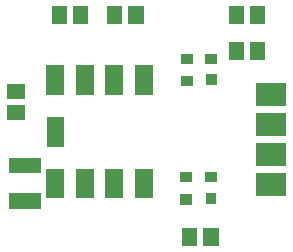
<source format=gbr>
G04 start of page 12 for group -4015 idx -4015 *
G04 Title: (unknown), toppaste *
G04 Creator: pcb 20110918 *
G04 CreationDate: Fri Sep 12 16:05:54 2014 UTC *
G04 For: fosse *
G04 Format: Gerber/RS-274X *
G04 PCB-Dimensions: 300000 300000 *
G04 PCB-Coordinate-Origin: lower left *
%MOIN*%
%FSLAX25Y25*%
%LNTOPPASTE*%
%ADD71R,0.0750X0.0750*%
%ADD70R,0.0340X0.0340*%
%ADD69R,0.0590X0.0590*%
%ADD68R,0.0591X0.0591*%
%ADD67R,0.0590X0.0590*%
%ADD66R,0.0512X0.0512*%
G54D66*X86359Y275014D02*Y274228D01*
X93445Y275014D02*Y274228D01*
X86359Y287014D02*Y286228D01*
X93445Y287014D02*Y286228D01*
X70816Y213014D02*Y212228D01*
X77902Y213014D02*Y212228D01*
X45816Y287014D02*Y286228D01*
X52902Y287014D02*Y286228D01*
G54D67*X26000Y266969D02*Y263031D01*
G54D68*X35842Y266969D02*Y263032D01*
G54D67*X45684Y266969D02*Y263031D01*
G54D68*X55527Y266969D02*Y263032D01*
G54D67*X26000Y232521D02*Y228583D01*
G54D68*X35842Y232520D02*Y228584D01*
G54D67*X45684Y232521D02*Y228583D01*
G54D68*X55527Y232520D02*Y228584D01*
G54D69*X26164Y249783D02*Y245459D01*
G54D66*X27359Y287014D02*Y286228D01*
X34445Y287014D02*Y286228D01*
X12509Y254078D02*X13295D01*
X12509Y261164D02*X13295D01*
X13147Y224716D02*X18657D01*
X13147Y236526D02*X18657D01*
G54D70*X78102Y265221D02*Y264921D01*
X77802Y272021D02*X78402D01*
X69602D02*X70202D01*
X69602Y264621D02*X70202D01*
X77902Y225771D02*Y225471D01*
X77602Y232571D02*X78202D01*
X69402D02*X70002D01*
X69402Y225171D02*X70002D01*
G54D71*X96750Y260250D02*X99250D01*
X96750Y250250D02*X99250D01*
X96750Y240250D02*X99250D01*
X96750Y230250D02*X99250D01*
M02*

</source>
